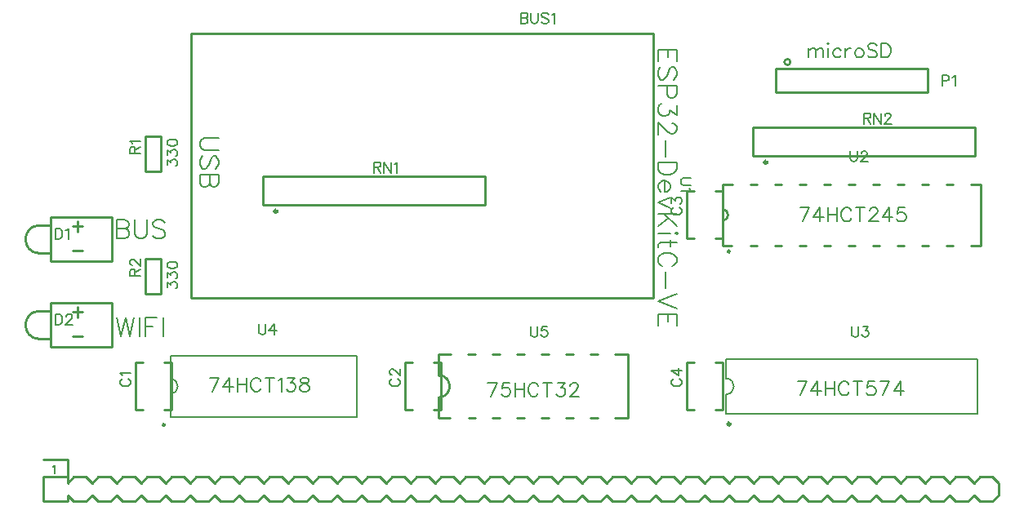
<source format=gto>
G04 Layer: TopSilkscreenLayer*
G04 EasyEDA v6.5.42, 2024-04-02 15:41:54*
G04 2b23fd05ff384805b3ab63b0522f50a2,2162b387b2864a4d85882ef8f1f27c6b,10*
G04 Gerber Generator version 0.2*
G04 Scale: 100 percent, Rotated: No, Reflected: No *
G04 Dimensions in millimeters *
G04 leading zeros omitted , absolute positions ,4 integer and 5 decimal *
%FSLAX45Y45*%
%MOMM*%

%ADD10C,0.2032*%
%ADD11C,0.1524*%
%ADD12C,0.2540*%
%ADD13C,0.1500*%
%ADD14C,0.2500*%
%ADD15C,0.3000*%
%ADD16C,0.0113*%

%LPD*%
D10*
X2579857Y-7835889D02*
G01*
X2441427Y-7835889D01*
X2413741Y-7845033D01*
X2395199Y-7863575D01*
X2386055Y-7891261D01*
X2386055Y-7909803D01*
X2395199Y-7937489D01*
X2413741Y-7956031D01*
X2441427Y-7965175D01*
X2579857Y-7965175D01*
X2552171Y-8155421D02*
G01*
X2570713Y-8136879D01*
X2579857Y-8109193D01*
X2579857Y-8072363D01*
X2570713Y-8044677D01*
X2552171Y-8026135D01*
X2533883Y-8026135D01*
X2515341Y-8035279D01*
X2505943Y-8044677D01*
X2496799Y-8063219D01*
X2478257Y-8118591D01*
X2469113Y-8136879D01*
X2459969Y-8146277D01*
X2441427Y-8155421D01*
X2413741Y-8155421D01*
X2395199Y-8136879D01*
X2386055Y-8109193D01*
X2386055Y-8072363D01*
X2395199Y-8044677D01*
X2413741Y-8026135D01*
X2579857Y-8216381D02*
G01*
X2386055Y-8216381D01*
X2579857Y-8216381D02*
G01*
X2579857Y-8299439D01*
X2570713Y-8327379D01*
X2561569Y-8336523D01*
X2543027Y-8345667D01*
X2524485Y-8345667D01*
X2505943Y-8336523D01*
X2496799Y-8327379D01*
X2487655Y-8299439D01*
X2487655Y-8216381D02*
G01*
X2487655Y-8299439D01*
X2478257Y-8327379D01*
X2469113Y-8336523D01*
X2450571Y-8345667D01*
X2422885Y-8345667D01*
X2404343Y-8336523D01*
X2395199Y-8327379D01*
X2386055Y-8299439D01*
X2386055Y-8216381D01*
X2584704Y-10326121D02*
G01*
X2516377Y-10469377D01*
X2489200Y-10326121D02*
G01*
X2584704Y-10326121D01*
X2697734Y-10326121D02*
G01*
X2629661Y-10421625D01*
X2732024Y-10421625D01*
X2697734Y-10326121D02*
G01*
X2697734Y-10469377D01*
X2776981Y-10326121D02*
G01*
X2776981Y-10469377D01*
X2872486Y-10326121D02*
G01*
X2872486Y-10469377D01*
X2776981Y-10394193D02*
G01*
X2872486Y-10394193D01*
X3019552Y-10360157D02*
G01*
X3012947Y-10346695D01*
X2999231Y-10332979D01*
X2985515Y-10326121D01*
X2958338Y-10326121D01*
X2944622Y-10332979D01*
X2930906Y-10346695D01*
X2924302Y-10360157D01*
X2917443Y-10380731D01*
X2917443Y-10414767D01*
X2924302Y-10435087D01*
X2930906Y-10448803D01*
X2944622Y-10462519D01*
X2958338Y-10469377D01*
X2985515Y-10469377D01*
X2999231Y-10462519D01*
X3012947Y-10448803D01*
X3019552Y-10435087D01*
X3112261Y-10326121D02*
G01*
X3112261Y-10469377D01*
X3064763Y-10326121D02*
G01*
X3160013Y-10326121D01*
X3205225Y-10353299D02*
G01*
X3218688Y-10346695D01*
X3239261Y-10326121D01*
X3239261Y-10469377D01*
X3297936Y-10326121D02*
G01*
X3372865Y-10326121D01*
X3331972Y-10380731D01*
X3352291Y-10380731D01*
X3366008Y-10387589D01*
X3372865Y-10394193D01*
X3379724Y-10414767D01*
X3379724Y-10428483D01*
X3372865Y-10448803D01*
X3359150Y-10462519D01*
X3338829Y-10469377D01*
X3318256Y-10469377D01*
X3297936Y-10462519D01*
X3291077Y-10455661D01*
X3284220Y-10441945D01*
X3458718Y-10326121D02*
G01*
X3438397Y-10332979D01*
X3431540Y-10346695D01*
X3431540Y-10360157D01*
X3438397Y-10373873D01*
X3451859Y-10380731D01*
X3479291Y-10387589D01*
X3499611Y-10394193D01*
X3513327Y-10407909D01*
X3520186Y-10421625D01*
X3520186Y-10441945D01*
X3513327Y-10455661D01*
X3506470Y-10462519D01*
X3485895Y-10469377D01*
X3458718Y-10469377D01*
X3438397Y-10462519D01*
X3431540Y-10455661D01*
X3424681Y-10441945D01*
X3424681Y-10421625D01*
X3431540Y-10407909D01*
X3445002Y-10394193D01*
X3465575Y-10387589D01*
X3492754Y-10380731D01*
X3506470Y-10373873D01*
X3513327Y-10360157D01*
X3513327Y-10346695D01*
X3506470Y-10332979D01*
X3485895Y-10326121D01*
X3458718Y-10326121D01*
X5467604Y-10376921D02*
G01*
X5399277Y-10520177D01*
X5372100Y-10376921D02*
G01*
X5467604Y-10376921D01*
X5594350Y-10376921D02*
G01*
X5526277Y-10376921D01*
X5519420Y-10438389D01*
X5526277Y-10431531D01*
X5546597Y-10424673D01*
X5567172Y-10424673D01*
X5587491Y-10431531D01*
X5601208Y-10444993D01*
X5608065Y-10465567D01*
X5608065Y-10479283D01*
X5601208Y-10499603D01*
X5587491Y-10513319D01*
X5567172Y-10520177D01*
X5546597Y-10520177D01*
X5526277Y-10513319D01*
X5519420Y-10506461D01*
X5512561Y-10492745D01*
X5653024Y-10376921D02*
G01*
X5653024Y-10520177D01*
X5748527Y-10376921D02*
G01*
X5748527Y-10520177D01*
X5653024Y-10444993D02*
G01*
X5748527Y-10444993D01*
X5895847Y-10410957D02*
G01*
X5888990Y-10397495D01*
X5875274Y-10383779D01*
X5861558Y-10376921D01*
X5834379Y-10376921D01*
X5820663Y-10383779D01*
X5807202Y-10397495D01*
X5800343Y-10410957D01*
X5793486Y-10431531D01*
X5793486Y-10465567D01*
X5800343Y-10485887D01*
X5807202Y-10499603D01*
X5820663Y-10513319D01*
X5834379Y-10520177D01*
X5861558Y-10520177D01*
X5875274Y-10513319D01*
X5888990Y-10499603D01*
X5895847Y-10485887D01*
X5988558Y-10376921D02*
G01*
X5988558Y-10520177D01*
X5940806Y-10376921D02*
G01*
X6036056Y-10376921D01*
X6094729Y-10376921D02*
G01*
X6169913Y-10376921D01*
X6129020Y-10431531D01*
X6149340Y-10431531D01*
X6163056Y-10438389D01*
X6169913Y-10444993D01*
X6176518Y-10465567D01*
X6176518Y-10479283D01*
X6169913Y-10499603D01*
X6156197Y-10513319D01*
X6135624Y-10520177D01*
X6115304Y-10520177D01*
X6094729Y-10513319D01*
X6087872Y-10506461D01*
X6081268Y-10492745D01*
X6228334Y-10410957D02*
G01*
X6228334Y-10404099D01*
X6235191Y-10390637D01*
X6242050Y-10383779D01*
X6255765Y-10376921D01*
X6282943Y-10376921D01*
X6296659Y-10383779D01*
X6303518Y-10390637D01*
X6310375Y-10404099D01*
X6310375Y-10417815D01*
X6303518Y-10431531D01*
X6289802Y-10451851D01*
X6221729Y-10520177D01*
X6316979Y-10520177D01*
X8680709Y-10364215D02*
G01*
X8612383Y-10507471D01*
X8585205Y-10364215D02*
G01*
X8680709Y-10364215D01*
X8793739Y-10364215D02*
G01*
X8725667Y-10459720D01*
X8828029Y-10459720D01*
X8793739Y-10364215D02*
G01*
X8793739Y-10507471D01*
X8872987Y-10364215D02*
G01*
X8872987Y-10507471D01*
X8968237Y-10364215D02*
G01*
X8968237Y-10507471D01*
X8872987Y-10432287D02*
G01*
X8968237Y-10432287D01*
X9115557Y-10398252D02*
G01*
X9108699Y-10384789D01*
X9095237Y-10371074D01*
X9081521Y-10364215D01*
X9054343Y-10364215D01*
X9040627Y-10371074D01*
X9026911Y-10384789D01*
X9020307Y-10398252D01*
X9013449Y-10418826D01*
X9013449Y-10452862D01*
X9020307Y-10473181D01*
X9026911Y-10486897D01*
X9040627Y-10500613D01*
X9054343Y-10507471D01*
X9081521Y-10507471D01*
X9095237Y-10500613D01*
X9108699Y-10486897D01*
X9115557Y-10473181D01*
X9208267Y-10364215D02*
G01*
X9208267Y-10507471D01*
X9160515Y-10364215D02*
G01*
X9256019Y-10364215D01*
X9383019Y-10364215D02*
G01*
X9314693Y-10364215D01*
X9307835Y-10425684D01*
X9314693Y-10418826D01*
X9335267Y-10411968D01*
X9355587Y-10411968D01*
X9376161Y-10418826D01*
X9389623Y-10432287D01*
X9396481Y-10452862D01*
X9396481Y-10466578D01*
X9389623Y-10486897D01*
X9376161Y-10500613D01*
X9355587Y-10507471D01*
X9335267Y-10507471D01*
X9314693Y-10500613D01*
X9307835Y-10493755D01*
X9300977Y-10480039D01*
X9536943Y-10364215D02*
G01*
X9468871Y-10507471D01*
X9441439Y-10364215D02*
G01*
X9536943Y-10364215D01*
X9650227Y-10364215D02*
G01*
X9581901Y-10459720D01*
X9684263Y-10459720D01*
X9650227Y-10364215D02*
G01*
X9650227Y-10507471D01*
X8706109Y-8560815D02*
G01*
X8637783Y-8704071D01*
X8610605Y-8560815D02*
G01*
X8706109Y-8560815D01*
X8819139Y-8560815D02*
G01*
X8751067Y-8656320D01*
X8853429Y-8656320D01*
X8819139Y-8560815D02*
G01*
X8819139Y-8704071D01*
X8898387Y-8560815D02*
G01*
X8898387Y-8704071D01*
X8993637Y-8560815D02*
G01*
X8993637Y-8704071D01*
X8898387Y-8628887D02*
G01*
X8993637Y-8628887D01*
X9140957Y-8594852D02*
G01*
X9134099Y-8581389D01*
X9120637Y-8567674D01*
X9106921Y-8560815D01*
X9079743Y-8560815D01*
X9066027Y-8567674D01*
X9052311Y-8581389D01*
X9045707Y-8594852D01*
X9038849Y-8615426D01*
X9038849Y-8649462D01*
X9045707Y-8670036D01*
X9052311Y-8683497D01*
X9066027Y-8697213D01*
X9079743Y-8704071D01*
X9106921Y-8704071D01*
X9120637Y-8697213D01*
X9134099Y-8683497D01*
X9140957Y-8670036D01*
X9233667Y-8560815D02*
G01*
X9233667Y-8704071D01*
X9185915Y-8560815D02*
G01*
X9281419Y-8560815D01*
X9333235Y-8594852D02*
G01*
X9333235Y-8587994D01*
X9340093Y-8574531D01*
X9346951Y-8567674D01*
X9360667Y-8560815D01*
X9387845Y-8560815D01*
X9401561Y-8567674D01*
X9408419Y-8574531D01*
X9415023Y-8587994D01*
X9415023Y-8601710D01*
X9408419Y-8615426D01*
X9394703Y-8635745D01*
X9326377Y-8704071D01*
X9421881Y-8704071D01*
X9535165Y-8560815D02*
G01*
X9466839Y-8656320D01*
X9569201Y-8656320D01*
X9535165Y-8560815D02*
G01*
X9535165Y-8704071D01*
X9695947Y-8560815D02*
G01*
X9627875Y-8560815D01*
X9621017Y-8622284D01*
X9627875Y-8615426D01*
X9648195Y-8608568D01*
X9668769Y-8608568D01*
X9689343Y-8615426D01*
X9702805Y-8628887D01*
X9709663Y-8649462D01*
X9709663Y-8663178D01*
X9702805Y-8683497D01*
X9689343Y-8697213D01*
X9668769Y-8704071D01*
X9648195Y-8704071D01*
X9627875Y-8697213D01*
X9621017Y-8690355D01*
X9614159Y-8676639D01*
X8699505Y-6906768D02*
G01*
X8699505Y-7002271D01*
X8699505Y-6933945D02*
G01*
X8719825Y-6913626D01*
X8733541Y-6906768D01*
X8754115Y-6906768D01*
X8767577Y-6913626D01*
X8774435Y-6933945D01*
X8774435Y-7002271D01*
X8774435Y-6933945D02*
G01*
X8795009Y-6913626D01*
X8808471Y-6906768D01*
X8829045Y-6906768D01*
X8842761Y-6913626D01*
X8849365Y-6933945D01*
X8849365Y-7002271D01*
X8894577Y-6859015D02*
G01*
X8901181Y-6865873D01*
X8908039Y-6859015D01*
X8901181Y-6852158D01*
X8894577Y-6859015D01*
X8901181Y-6906768D02*
G01*
X8901181Y-7002271D01*
X9035039Y-6927087D02*
G01*
X9021323Y-6913626D01*
X9007607Y-6906768D01*
X8987287Y-6906768D01*
X8973571Y-6913626D01*
X8959855Y-6927087D01*
X8952997Y-6947662D01*
X8952997Y-6961378D01*
X8959855Y-6981697D01*
X8973571Y-6995413D01*
X8987287Y-7002271D01*
X9007607Y-7002271D01*
X9021323Y-6995413D01*
X9035039Y-6981697D01*
X9079997Y-6906768D02*
G01*
X9079997Y-7002271D01*
X9079997Y-6947662D02*
G01*
X9086855Y-6927087D01*
X9100317Y-6913626D01*
X9114033Y-6906768D01*
X9134607Y-6906768D01*
X9213601Y-6906768D02*
G01*
X9199885Y-6913626D01*
X9186423Y-6927087D01*
X9179565Y-6947662D01*
X9179565Y-6961378D01*
X9186423Y-6981697D01*
X9199885Y-6995413D01*
X9213601Y-7002271D01*
X9233921Y-7002271D01*
X9247637Y-6995413D01*
X9261353Y-6981697D01*
X9268211Y-6961378D01*
X9268211Y-6947662D01*
X9261353Y-6927087D01*
X9247637Y-6913626D01*
X9233921Y-6906768D01*
X9213601Y-6906768D01*
X9408673Y-6879589D02*
G01*
X9394957Y-6865873D01*
X9374383Y-6859015D01*
X9347205Y-6859015D01*
X9326631Y-6865873D01*
X9313169Y-6879589D01*
X9313169Y-6893052D01*
X9320027Y-6906768D01*
X9326631Y-6913626D01*
X9340347Y-6920484D01*
X9381241Y-6933945D01*
X9394957Y-6940804D01*
X9401815Y-6947662D01*
X9408673Y-6961378D01*
X9408673Y-6981697D01*
X9394957Y-6995413D01*
X9374383Y-7002271D01*
X9347205Y-7002271D01*
X9326631Y-6995413D01*
X9313169Y-6981697D01*
X9453631Y-6859015D02*
G01*
X9453631Y-7002271D01*
X9453631Y-6859015D02*
G01*
X9501383Y-6859015D01*
X9521703Y-6865873D01*
X9535419Y-6879589D01*
X9542277Y-6893052D01*
X9549135Y-6913626D01*
X9549135Y-6947662D01*
X9542277Y-6968236D01*
X9535419Y-6981697D01*
X9521703Y-6995413D01*
X9501383Y-7002271D01*
X9453631Y-7002271D01*
X2048022Y-9388073D02*
G01*
X2048022Y-9332955D01*
X2087900Y-9362927D01*
X2087900Y-9347941D01*
X2092980Y-9338035D01*
X2098060Y-9332955D01*
X2113046Y-9327875D01*
X2122952Y-9327875D01*
X2137938Y-9332955D01*
X2148098Y-9342861D01*
X2152924Y-9358101D01*
X2152924Y-9373087D01*
X2148098Y-9388073D01*
X2143018Y-9392899D01*
X2133112Y-9397979D01*
X2048022Y-9284949D02*
G01*
X2048022Y-9230085D01*
X2087900Y-9260057D01*
X2087900Y-9245071D01*
X2092980Y-9234911D01*
X2098060Y-9230085D01*
X2113046Y-9225005D01*
X2122952Y-9225005D01*
X2137938Y-9230085D01*
X2148098Y-9239991D01*
X2152924Y-9254977D01*
X2152924Y-9269963D01*
X2148098Y-9284949D01*
X2143018Y-9290029D01*
X2133112Y-9294855D01*
X2048022Y-9162013D02*
G01*
X2053102Y-9176999D01*
X2068088Y-9186905D01*
X2092980Y-9191985D01*
X2107966Y-9191985D01*
X2133112Y-9186905D01*
X2148098Y-9176999D01*
X2152924Y-9162013D01*
X2152924Y-9152107D01*
X2148098Y-9136867D01*
X2133112Y-9126961D01*
X2107966Y-9121881D01*
X2092980Y-9121881D01*
X2068088Y-9126961D01*
X2053102Y-9136867D01*
X2048022Y-9152107D01*
X2048022Y-9162013D01*
X2048022Y-8118076D02*
G01*
X2048022Y-8062958D01*
X2087900Y-8092930D01*
X2087900Y-8077944D01*
X2092980Y-8068038D01*
X2098060Y-8062958D01*
X2113046Y-8057878D01*
X2122952Y-8057878D01*
X2137938Y-8062958D01*
X2148098Y-8072861D01*
X2152924Y-8088104D01*
X2152924Y-8103087D01*
X2148098Y-8118076D01*
X2143018Y-8122902D01*
X2133112Y-8127979D01*
X2048022Y-8014952D02*
G01*
X2048022Y-7960088D01*
X2087900Y-7990060D01*
X2087900Y-7975074D01*
X2092980Y-7964911D01*
X2098060Y-7960088D01*
X2113046Y-7955008D01*
X2122952Y-7955008D01*
X2137938Y-7960088D01*
X2148098Y-7969994D01*
X2152924Y-7984980D01*
X2152924Y-7999966D01*
X2148098Y-8014952D01*
X2143018Y-8020029D01*
X2133112Y-8024858D01*
X2048022Y-7892016D02*
G01*
X2053102Y-7907002D01*
X2068088Y-7916908D01*
X2092980Y-7921988D01*
X2107966Y-7921988D01*
X2133112Y-7916908D01*
X2148098Y-7907002D01*
X2152924Y-7892016D01*
X2152924Y-7882110D01*
X2148098Y-7866870D01*
X2133112Y-7856961D01*
X2107966Y-7851884D01*
X2092980Y-7851884D01*
X2068088Y-7856961D01*
X2053102Y-7866870D01*
X2048022Y-7882110D01*
X2048022Y-7892016D01*
X1524002Y-9704075D02*
G01*
X1569468Y-9895083D01*
X1614934Y-9704075D02*
G01*
X1569468Y-9895083D01*
X1614934Y-9704075D02*
G01*
X1660400Y-9895083D01*
X1705866Y-9704075D02*
G01*
X1660400Y-9895083D01*
X1765810Y-9704075D02*
G01*
X1765810Y-9895083D01*
X1825754Y-9704075D02*
G01*
X1825754Y-9895083D01*
X1825754Y-9704075D02*
G01*
X1944118Y-9704075D01*
X1825754Y-9795007D02*
G01*
X1898652Y-9795007D01*
X2004062Y-9704075D02*
G01*
X2004062Y-9895083D01*
X1524000Y-8688070D02*
G01*
X1524000Y-8879078D01*
X1524000Y-8688070D02*
G01*
X1605787Y-8688070D01*
X1632965Y-8697213D01*
X1642110Y-8706358D01*
X1651254Y-8724645D01*
X1651254Y-8742679D01*
X1642110Y-8760968D01*
X1632965Y-8769858D01*
X1605787Y-8779002D01*
X1524000Y-8779002D02*
G01*
X1605787Y-8779002D01*
X1632965Y-8788145D01*
X1642110Y-8797289D01*
X1651254Y-8815324D01*
X1651254Y-8842755D01*
X1642110Y-8860789D01*
X1632965Y-8869934D01*
X1605787Y-8879078D01*
X1524000Y-8879078D01*
X1711197Y-8688070D02*
G01*
X1711197Y-8824468D01*
X1720342Y-8851900D01*
X1738629Y-8869934D01*
X1765807Y-8879078D01*
X1784095Y-8879078D01*
X1811273Y-8869934D01*
X1829562Y-8851900D01*
X1838452Y-8824468D01*
X1838452Y-8688070D01*
X2025904Y-8715502D02*
G01*
X2007615Y-8697213D01*
X1980438Y-8688070D01*
X1944115Y-8688070D01*
X1916684Y-8697213D01*
X1898650Y-8715502D01*
X1898650Y-8733536D01*
X1907539Y-8751824D01*
X1916684Y-8760968D01*
X1934972Y-8769858D01*
X1989327Y-8788145D01*
X2007615Y-8797289D01*
X2016759Y-8806434D01*
X2025904Y-8824468D01*
X2025904Y-8851900D01*
X2007615Y-8869934D01*
X1980438Y-8879078D01*
X1944115Y-8879078D01*
X1916684Y-8869934D01*
X1898650Y-8851900D01*
X863600Y-11245890D02*
G01*
X871728Y-11241826D01*
X884173Y-11229634D01*
X884173Y-11315486D01*
D11*
X5715000Y-6540500D02*
G01*
X5715000Y-6649465D01*
X5715000Y-6540500D02*
G01*
X5761736Y-6540500D01*
X5777229Y-6545579D01*
X5782563Y-6550913D01*
X5787643Y-6561328D01*
X5787643Y-6571742D01*
X5782563Y-6582155D01*
X5777229Y-6587236D01*
X5761736Y-6592315D01*
X5715000Y-6592315D02*
G01*
X5761736Y-6592315D01*
X5777229Y-6597650D01*
X5782563Y-6602729D01*
X5787643Y-6613144D01*
X5787643Y-6628892D01*
X5782563Y-6639305D01*
X5777229Y-6644386D01*
X5761736Y-6649465D01*
X5715000Y-6649465D01*
X5821934Y-6540500D02*
G01*
X5821934Y-6618478D01*
X5827268Y-6633971D01*
X5837681Y-6644386D01*
X5853175Y-6649465D01*
X5863590Y-6649465D01*
X5879084Y-6644386D01*
X5889497Y-6633971D01*
X5894831Y-6618478D01*
X5894831Y-6540500D01*
X6001765Y-6555994D02*
G01*
X5991352Y-6545579D01*
X5975858Y-6540500D01*
X5955029Y-6540500D01*
X5939536Y-6545579D01*
X5929122Y-6555994D01*
X5929122Y-6566408D01*
X5934202Y-6576821D01*
X5939536Y-6582155D01*
X5949950Y-6587236D01*
X5980938Y-6597650D01*
X5991352Y-6602729D01*
X5996686Y-6608063D01*
X6001765Y-6618478D01*
X6001765Y-6633971D01*
X5991352Y-6644386D01*
X5975858Y-6649465D01*
X5955029Y-6649465D01*
X5939536Y-6644386D01*
X5929122Y-6633971D01*
X6036056Y-6561328D02*
G01*
X6046470Y-6555994D01*
X6061963Y-6540500D01*
X6061963Y-6649465D01*
X1586989Y-10336001D02*
G01*
X1576575Y-10341335D01*
X1566161Y-10351749D01*
X1561081Y-10361909D01*
X1561081Y-10382737D01*
X1566161Y-10393151D01*
X1576575Y-10403565D01*
X1586989Y-10408899D01*
X1602737Y-10413979D01*
X1628645Y-10413979D01*
X1644139Y-10408899D01*
X1654553Y-10403565D01*
X1664967Y-10393151D01*
X1670047Y-10382737D01*
X1670047Y-10361909D01*
X1664967Y-10351749D01*
X1654553Y-10341335D01*
X1644139Y-10336001D01*
X1581909Y-10301711D02*
G01*
X1576575Y-10291297D01*
X1561081Y-10275803D01*
X1670047Y-10275803D01*
X4380981Y-10336001D02*
G01*
X4370567Y-10341335D01*
X4360153Y-10351749D01*
X4355073Y-10361909D01*
X4355073Y-10382737D01*
X4360153Y-10393151D01*
X4370567Y-10403565D01*
X4380981Y-10408899D01*
X4396729Y-10413979D01*
X4422637Y-10413979D01*
X4438131Y-10408899D01*
X4448545Y-10403565D01*
X4458959Y-10393151D01*
X4464039Y-10382737D01*
X4464039Y-10361909D01*
X4458959Y-10351749D01*
X4448545Y-10341335D01*
X4438131Y-10336001D01*
X4380981Y-10296631D02*
G01*
X4375901Y-10296631D01*
X4365487Y-10291297D01*
X4360153Y-10286217D01*
X4355073Y-10275803D01*
X4355073Y-10254975D01*
X4360153Y-10244561D01*
X4365487Y-10239481D01*
X4375901Y-10234147D01*
X4386315Y-10234147D01*
X4396729Y-10239481D01*
X4412223Y-10249895D01*
X4464039Y-10301711D01*
X4464039Y-10229067D01*
X7301976Y-8558004D02*
G01*
X7291562Y-8563338D01*
X7281148Y-8573752D01*
X7276068Y-8583912D01*
X7276068Y-8604740D01*
X7281148Y-8615154D01*
X7291562Y-8625568D01*
X7301976Y-8630902D01*
X7317724Y-8635982D01*
X7343632Y-8635982D01*
X7359126Y-8630902D01*
X7369540Y-8625568D01*
X7379954Y-8615154D01*
X7385034Y-8604740D01*
X7385034Y-8583912D01*
X7379954Y-8573752D01*
X7369540Y-8563338D01*
X7359126Y-8558004D01*
X7276068Y-8513300D02*
G01*
X7276068Y-8456150D01*
X7317724Y-8487392D01*
X7317724Y-8471898D01*
X7322804Y-8461484D01*
X7327884Y-8456150D01*
X7343632Y-8451070D01*
X7354046Y-8451070D01*
X7369540Y-8456150D01*
X7379954Y-8466564D01*
X7385034Y-8482312D01*
X7385034Y-8497806D01*
X7379954Y-8513300D01*
X7374874Y-8518634D01*
X7364460Y-8523714D01*
X7301976Y-10336001D02*
G01*
X7291562Y-10341335D01*
X7281148Y-10351749D01*
X7276068Y-10361909D01*
X7276068Y-10382737D01*
X7281148Y-10393151D01*
X7291562Y-10403565D01*
X7301976Y-10408899D01*
X7317724Y-10413979D01*
X7343632Y-10413979D01*
X7359126Y-10408899D01*
X7369540Y-10403565D01*
X7379954Y-10393151D01*
X7385034Y-10382737D01*
X7385034Y-10361909D01*
X7379954Y-10351749D01*
X7369540Y-10341335D01*
X7359126Y-10336001D01*
X7276068Y-10249895D02*
G01*
X7348712Y-10301711D01*
X7348712Y-10223733D01*
X7276068Y-10249895D02*
G01*
X7385034Y-10249895D01*
X888997Y-8774666D02*
G01*
X888997Y-8883632D01*
X888997Y-8774666D02*
G01*
X925319Y-8774666D01*
X941067Y-8779746D01*
X951227Y-8790160D01*
X956561Y-8800574D01*
X961641Y-8816322D01*
X961641Y-8842230D01*
X956561Y-8857724D01*
X951227Y-8868138D01*
X941067Y-8878552D01*
X925319Y-8883632D01*
X888997Y-8883632D01*
X995931Y-8795494D02*
G01*
X1006345Y-8790160D01*
X1022093Y-8774666D01*
X1022093Y-8883632D01*
X888997Y-9663663D02*
G01*
X888997Y-9772629D01*
X888997Y-9663663D02*
G01*
X925319Y-9663663D01*
X941067Y-9668743D01*
X951227Y-9679157D01*
X956561Y-9689571D01*
X961641Y-9705319D01*
X961641Y-9731227D01*
X956561Y-9746721D01*
X951227Y-9757135D01*
X941067Y-9767549D01*
X925319Y-9772629D01*
X888997Y-9772629D01*
X1001265Y-9689571D02*
G01*
X1001265Y-9684491D01*
X1006345Y-9674077D01*
X1011679Y-9668743D01*
X1022093Y-9663663D01*
X1042667Y-9663663D01*
X1053081Y-9668743D01*
X1058415Y-9674077D01*
X1063495Y-9684491D01*
X1063495Y-9694905D01*
X1058415Y-9705319D01*
X1048001Y-9720813D01*
X995931Y-9772629D01*
X1068829Y-9772629D01*
X10083779Y-7187168D02*
G01*
X10083779Y-7296134D01*
X10083779Y-7187168D02*
G01*
X10130515Y-7187168D01*
X10146009Y-7192248D01*
X10151343Y-7197582D01*
X10156423Y-7207996D01*
X10156423Y-7223490D01*
X10151343Y-7233904D01*
X10146009Y-7238984D01*
X10130515Y-7244318D01*
X10083779Y-7244318D01*
X10190713Y-7207996D02*
G01*
X10201127Y-7202662D01*
X10216875Y-7187168D01*
X10216875Y-7296134D01*
X1662681Y-8000984D02*
G01*
X1771647Y-8000984D01*
X1662681Y-8000984D02*
G01*
X1662681Y-7954248D01*
X1667761Y-7938754D01*
X1673095Y-7933420D01*
X1683509Y-7928340D01*
X1693923Y-7928340D01*
X1704337Y-7933420D01*
X1709417Y-7938754D01*
X1714497Y-7954248D01*
X1714497Y-8000984D01*
X1714497Y-7964662D02*
G01*
X1771647Y-7928340D01*
X1683509Y-7894050D02*
G01*
X1678175Y-7883636D01*
X1662681Y-7867888D01*
X1771647Y-7867888D01*
X1662681Y-9270982D02*
G01*
X1771647Y-9270982D01*
X1662681Y-9270982D02*
G01*
X1662681Y-9224246D01*
X1667761Y-9208752D01*
X1673095Y-9203418D01*
X1683509Y-9198338D01*
X1693923Y-9198338D01*
X1704337Y-9203418D01*
X1709417Y-9208752D01*
X1714497Y-9224246D01*
X1714497Y-9270982D01*
X1714497Y-9234660D02*
G01*
X1771647Y-9198338D01*
X1688589Y-9158714D02*
G01*
X1683509Y-9158714D01*
X1673095Y-9153634D01*
X1667761Y-9148300D01*
X1662681Y-9137886D01*
X1662681Y-9117312D01*
X1667761Y-9106898D01*
X1673095Y-9101564D01*
X1683509Y-9096484D01*
X1693923Y-9096484D01*
X1704337Y-9101564D01*
X1719831Y-9111978D01*
X1771647Y-9164048D01*
X1771647Y-9091150D01*
X4190992Y-8088866D02*
G01*
X4190992Y-8197832D01*
X4190992Y-8088866D02*
G01*
X4237728Y-8088866D01*
X4253222Y-8093946D01*
X4258556Y-8099280D01*
X4263636Y-8109694D01*
X4263636Y-8120108D01*
X4258556Y-8130522D01*
X4253222Y-8135602D01*
X4237728Y-8140682D01*
X4190992Y-8140682D01*
X4227314Y-8140682D02*
G01*
X4263636Y-8197832D01*
X4297926Y-8088866D02*
G01*
X4297926Y-8197832D01*
X4297926Y-8088866D02*
G01*
X4370824Y-8197832D01*
X4370824Y-8088866D02*
G01*
X4370824Y-8197832D01*
X4405114Y-8109694D02*
G01*
X4415528Y-8104360D01*
X4431022Y-8088866D01*
X4431022Y-8197832D01*
X9270982Y-7580868D02*
G01*
X9270982Y-7689834D01*
X9270982Y-7580868D02*
G01*
X9317718Y-7580868D01*
X9333212Y-7585948D01*
X9338546Y-7591282D01*
X9343626Y-7601696D01*
X9343626Y-7612110D01*
X9338546Y-7622524D01*
X9333212Y-7627604D01*
X9317718Y-7632684D01*
X9270982Y-7632684D01*
X9307304Y-7632684D02*
G01*
X9343626Y-7689834D01*
X9377916Y-7580868D02*
G01*
X9377916Y-7689834D01*
X9377916Y-7580868D02*
G01*
X9450814Y-7689834D01*
X9450814Y-7580868D02*
G01*
X9450814Y-7689834D01*
X9490184Y-7606776D02*
G01*
X9490184Y-7601696D01*
X9495518Y-7591282D01*
X9500598Y-7585948D01*
X9511012Y-7580868D01*
X9531840Y-7580868D01*
X9542254Y-7585948D01*
X9547334Y-7591282D01*
X9552668Y-7601696D01*
X9552668Y-7612110D01*
X9547334Y-7622524D01*
X9536920Y-7638018D01*
X9485104Y-7689834D01*
X9557748Y-7689834D01*
X7481310Y-8254987D02*
G01*
X7403332Y-8254987D01*
X7387838Y-8260067D01*
X7377424Y-8270481D01*
X7372344Y-8286229D01*
X7372344Y-8296643D01*
X7377424Y-8312137D01*
X7387838Y-8322551D01*
X7403332Y-8327631D01*
X7481310Y-8327631D01*
X7460482Y-8361921D02*
G01*
X7465816Y-8372335D01*
X7481310Y-8388083D01*
X7372344Y-8388083D01*
D10*
X7329672Y-6921487D02*
G01*
X7135870Y-6921487D01*
X7329672Y-6921487D02*
G01*
X7329672Y-7041629D01*
X7237470Y-6921487D02*
G01*
X7237470Y-6995401D01*
X7135870Y-6921487D02*
G01*
X7135870Y-7041629D01*
X7301986Y-7231875D02*
G01*
X7320528Y-7213333D01*
X7329672Y-7185647D01*
X7329672Y-7148817D01*
X7320528Y-7120877D01*
X7301986Y-7102589D01*
X7283444Y-7102589D01*
X7265156Y-7111733D01*
X7255758Y-7120877D01*
X7246614Y-7139419D01*
X7228072Y-7194791D01*
X7218928Y-7213333D01*
X7209784Y-7222477D01*
X7191242Y-7231875D01*
X7163556Y-7231875D01*
X7145014Y-7213333D01*
X7135870Y-7185647D01*
X7135870Y-7148817D01*
X7145014Y-7120877D01*
X7163556Y-7102589D01*
X7329672Y-7292835D02*
G01*
X7135870Y-7292835D01*
X7329672Y-7292835D02*
G01*
X7329672Y-7375893D01*
X7320528Y-7403579D01*
X7311384Y-7412977D01*
X7292842Y-7422121D01*
X7265156Y-7422121D01*
X7246614Y-7412977D01*
X7237470Y-7403579D01*
X7228072Y-7375893D01*
X7228072Y-7292835D01*
X7329672Y-7501623D02*
G01*
X7329672Y-7603223D01*
X7255758Y-7547597D01*
X7255758Y-7575537D01*
X7246614Y-7593825D01*
X7237470Y-7603223D01*
X7209784Y-7612367D01*
X7191242Y-7612367D01*
X7163556Y-7603223D01*
X7145014Y-7584681D01*
X7135870Y-7556995D01*
X7135870Y-7529309D01*
X7145014Y-7501623D01*
X7154158Y-7492225D01*
X7172700Y-7483081D01*
X7283444Y-7682471D02*
G01*
X7292842Y-7682471D01*
X7311384Y-7691869D01*
X7320528Y-7701013D01*
X7329672Y-7719555D01*
X7329672Y-7756385D01*
X7320528Y-7774927D01*
X7311384Y-7784071D01*
X7292842Y-7793469D01*
X7274300Y-7793469D01*
X7255758Y-7784071D01*
X7228072Y-7765783D01*
X7135870Y-7673327D01*
X7135870Y-7802613D01*
X7218928Y-7863573D02*
G01*
X7218928Y-8029943D01*
X7329672Y-8090903D02*
G01*
X7135870Y-8090903D01*
X7329672Y-8090903D02*
G01*
X7329672Y-8155419D01*
X7320528Y-8183105D01*
X7301986Y-8201647D01*
X7283444Y-8210791D01*
X7255758Y-8220189D01*
X7209784Y-8220189D01*
X7181844Y-8210791D01*
X7163556Y-8201647D01*
X7145014Y-8183105D01*
X7135870Y-8155419D01*
X7135870Y-8090903D01*
X7209784Y-8281149D02*
G01*
X7209784Y-8391893D01*
X7228072Y-8391893D01*
X7246614Y-8382749D01*
X7255758Y-8373351D01*
X7265156Y-8355063D01*
X7265156Y-8327377D01*
X7255758Y-8308835D01*
X7237470Y-8290293D01*
X7209784Y-8281149D01*
X7191242Y-8281149D01*
X7163556Y-8290293D01*
X7145014Y-8308835D01*
X7135870Y-8327377D01*
X7135870Y-8355063D01*
X7145014Y-8373351D01*
X7163556Y-8391893D01*
X7265156Y-8452853D02*
G01*
X7135870Y-8508225D01*
X7265156Y-8563597D02*
G01*
X7135870Y-8508225D01*
X7329672Y-8624557D02*
G01*
X7135870Y-8624557D01*
X7329672Y-8754097D02*
G01*
X7200386Y-8624557D01*
X7246614Y-8670785D02*
G01*
X7135870Y-8754097D01*
X7329672Y-8815057D02*
G01*
X7320528Y-8824201D01*
X7329672Y-8833345D01*
X7339070Y-8824201D01*
X7329672Y-8815057D01*
X7265156Y-8824201D02*
G01*
X7135870Y-8824201D01*
X7329672Y-8921991D02*
G01*
X7172700Y-8921991D01*
X7145014Y-8931389D01*
X7135870Y-8949677D01*
X7135870Y-8968219D01*
X7265156Y-8894305D02*
G01*
X7265156Y-8959075D01*
X7283444Y-9167863D02*
G01*
X7301986Y-9158465D01*
X7320528Y-9140177D01*
X7329672Y-9121635D01*
X7329672Y-9084551D01*
X7320528Y-9066263D01*
X7301986Y-9047721D01*
X7283444Y-9038577D01*
X7255758Y-9029179D01*
X7209784Y-9029179D01*
X7181844Y-9038577D01*
X7163556Y-9047721D01*
X7145014Y-9066263D01*
X7135870Y-9084551D01*
X7135870Y-9121635D01*
X7145014Y-9140177D01*
X7163556Y-9158465D01*
X7181844Y-9167863D01*
X7218928Y-9228823D02*
G01*
X7218928Y-9394939D01*
X7329672Y-9455899D02*
G01*
X7135870Y-9529813D01*
X7329672Y-9603727D02*
G01*
X7135870Y-9529813D01*
X7329672Y-9664687D02*
G01*
X7135870Y-9664687D01*
X7329672Y-9664687D02*
G01*
X7329672Y-9784829D01*
X7237470Y-9664687D02*
G01*
X7237470Y-9738601D01*
X7135870Y-9664687D02*
G01*
X7135870Y-9784829D01*
D11*
X9131282Y-7974566D02*
G01*
X9131282Y-8052544D01*
X9136362Y-8068038D01*
X9146776Y-8078452D01*
X9162524Y-8083532D01*
X9172938Y-8083532D01*
X9188432Y-8078452D01*
X9198846Y-8068038D01*
X9203926Y-8052544D01*
X9203926Y-7974566D01*
X9243550Y-8000474D02*
G01*
X9243550Y-7995394D01*
X9248630Y-7984980D01*
X9253964Y-7979646D01*
X9264378Y-7974566D01*
X9284952Y-7974566D01*
X9295366Y-7979646D01*
X9300700Y-7984980D01*
X9305780Y-7995394D01*
X9305780Y-8005808D01*
X9300700Y-8016222D01*
X9290286Y-8031716D01*
X9238216Y-8083532D01*
X9311114Y-8083532D01*
X9143982Y-9790663D02*
G01*
X9143982Y-9868641D01*
X9149062Y-9884135D01*
X9159476Y-9894549D01*
X9175224Y-9899629D01*
X9185638Y-9899629D01*
X9201132Y-9894549D01*
X9211546Y-9884135D01*
X9216626Y-9868641D01*
X9216626Y-9790663D01*
X9261330Y-9790663D02*
G01*
X9318480Y-9790663D01*
X9287492Y-9832319D01*
X9302986Y-9832319D01*
X9313400Y-9837399D01*
X9318480Y-9842479D01*
X9323814Y-9858227D01*
X9323814Y-9868641D01*
X9318480Y-9884135D01*
X9308066Y-9894549D01*
X9292572Y-9899629D01*
X9277078Y-9899629D01*
X9261330Y-9894549D01*
X9256250Y-9889469D01*
X9250916Y-9879055D01*
X2997194Y-9765263D02*
G01*
X2997194Y-9843241D01*
X3002274Y-9858735D01*
X3012688Y-9869149D01*
X3028436Y-9874229D01*
X3038850Y-9874229D01*
X3054344Y-9869149D01*
X3064758Y-9858735D01*
X3069838Y-9843241D01*
X3069838Y-9765263D01*
X3156198Y-9765263D02*
G01*
X3104128Y-9837907D01*
X3182106Y-9837907D01*
X3156198Y-9765263D02*
G01*
X3156198Y-9874229D01*
X5816587Y-9790663D02*
G01*
X5816587Y-9868641D01*
X5821667Y-9884135D01*
X5832081Y-9894549D01*
X5847829Y-9899629D01*
X5858243Y-9899629D01*
X5873737Y-9894549D01*
X5884151Y-9884135D01*
X5889231Y-9868641D01*
X5889231Y-9790663D01*
X5986005Y-9790663D02*
G01*
X5933935Y-9790663D01*
X5928855Y-9837399D01*
X5933935Y-9832319D01*
X5949683Y-9826985D01*
X5965177Y-9826985D01*
X5980671Y-9832319D01*
X5991085Y-9842479D01*
X5996419Y-9858227D01*
X5996419Y-9868641D01*
X5991085Y-9884135D01*
X5980671Y-9894549D01*
X5965177Y-9899629D01*
X5949683Y-9899629D01*
X5933935Y-9894549D01*
X5928855Y-9889469D01*
X5923521Y-9879055D01*
D12*
X1016000Y-11354815D02*
G01*
X1016000Y-11177015D01*
X762000Y-11177015D01*
X4381500Y-11608815D02*
G01*
X4318000Y-11545315D01*
X4254500Y-11608815D01*
X4127500Y-11608815D01*
X4064000Y-11545315D01*
X4000500Y-11608815D01*
X3873500Y-11608815D01*
X3810000Y-11545315D01*
X3746500Y-11608815D01*
X3619500Y-11608815D01*
X3556000Y-11545315D01*
X3492500Y-11608815D01*
X3365500Y-11608815D01*
X3302000Y-11545315D01*
X3238500Y-11608815D01*
X3111500Y-11608815D01*
X3048000Y-11545315D01*
X2984500Y-11608815D01*
X2857500Y-11608815D01*
X2794000Y-11545315D01*
X2730500Y-11608815D01*
X2603500Y-11608815D01*
X2540000Y-11545315D01*
X2476500Y-11608815D01*
X2349500Y-11608815D01*
X2286000Y-11545315D01*
X2222500Y-11608815D01*
X2095500Y-11608815D01*
X2032000Y-11545315D01*
X1968500Y-11608815D01*
X1841500Y-11608815D01*
X1778000Y-11545315D01*
X1714500Y-11608815D01*
X1587500Y-11608815D01*
X1524000Y-11545315D01*
X1460500Y-11608815D01*
X1333500Y-11608815D01*
X1270000Y-11545315D01*
X1206500Y-11608815D01*
X1079500Y-11608815D01*
X1016000Y-11545315D01*
X1016000Y-11608815D01*
X762000Y-11608815D01*
X762000Y-11545315D01*
X762000Y-11418315D01*
X762000Y-11354815D01*
X1016000Y-11354815D01*
X1016000Y-11418315D01*
X1079500Y-11354815D01*
X1206500Y-11354815D01*
X1270000Y-11418315D01*
X1333500Y-11354815D01*
X1460500Y-11354815D01*
X1524000Y-11418315D01*
X1587500Y-11354815D01*
X1714500Y-11354815D01*
X1778000Y-11418315D01*
X1841500Y-11354815D01*
X1968500Y-11354815D01*
X2032000Y-11418315D01*
X2095500Y-11354815D01*
X2222500Y-11354815D01*
X2286000Y-11418315D01*
X2349500Y-11354815D01*
X2476500Y-11354815D01*
X2540000Y-11418315D01*
X2603500Y-11354815D01*
X2730500Y-11354815D01*
X2794000Y-11418315D01*
X2857500Y-11354815D01*
X2984500Y-11354815D01*
X3048000Y-11418315D01*
X3111500Y-11354815D01*
X3238500Y-11354815D01*
X3302000Y-11418315D01*
X3365500Y-11354815D01*
X3492500Y-11354815D01*
X3556000Y-11418315D01*
X3619500Y-11354815D01*
X3746500Y-11354815D01*
X3810000Y-11418315D01*
X3873500Y-11354815D01*
X4000500Y-11354815D01*
X4064000Y-11418315D01*
X4127500Y-11354815D01*
X4254500Y-11354815D01*
X4318000Y-11418315D01*
X4381500Y-11354815D01*
X4508500Y-11354815D01*
X4572000Y-11418315D01*
X4635500Y-11354815D01*
X4762500Y-11354815D01*
X4826000Y-11418315D01*
X4889500Y-11354815D01*
X5016500Y-11354815D01*
X5080000Y-11418315D01*
X5143500Y-11354815D01*
X5270500Y-11354815D01*
X5334000Y-11418315D01*
X5397500Y-11354815D01*
X5524500Y-11354815D01*
X5588000Y-11418315D01*
X5651500Y-11354815D01*
X5778500Y-11354815D01*
X5842000Y-11418315D01*
X5905500Y-11354815D01*
X6032500Y-11354815D01*
X6096000Y-11418315D01*
X6159500Y-11354815D01*
X6286500Y-11354815D01*
X6350000Y-11418315D01*
X6413500Y-11354815D01*
X6540500Y-11354815D01*
X6604000Y-11418315D01*
X6667500Y-11354815D01*
X6794500Y-11354815D01*
X6858000Y-11418315D01*
X6921500Y-11354815D01*
X7048500Y-11354815D01*
X7112000Y-11418315D01*
X7175500Y-11354815D01*
X7302500Y-11354815D01*
X7366000Y-11418315D01*
X7429500Y-11354815D01*
X7556500Y-11354815D01*
X7620000Y-11418315D01*
X7683500Y-11354815D01*
X7810500Y-11354815D01*
X7874000Y-11418315D01*
X7937500Y-11354815D01*
X8064500Y-11354815D01*
X8128000Y-11418315D01*
X8191500Y-11354815D01*
X8318500Y-11354815D01*
X8382000Y-11418315D01*
X8445500Y-11354815D01*
X8572500Y-11354815D01*
X8636000Y-11418315D01*
X8699500Y-11354815D01*
X8826500Y-11354815D01*
X8890000Y-11418315D01*
X8953500Y-11354815D01*
X9080500Y-11354815D01*
X9144000Y-11418315D01*
X9207500Y-11354815D01*
X9334500Y-11354815D01*
X9398000Y-11418315D01*
X9461500Y-11354815D01*
X9588500Y-11354815D01*
X9652000Y-11418315D01*
X9715500Y-11354815D01*
X9842500Y-11354815D01*
X9906000Y-11418315D01*
X9969500Y-11354815D01*
X10096500Y-11354815D01*
X10160000Y-11418315D01*
X10223500Y-11354815D01*
X10350500Y-11354815D01*
X10414000Y-11418315D01*
X10477500Y-11354815D01*
X10604500Y-11354815D01*
X10668000Y-11418315D01*
X10668000Y-11545315D01*
X10604500Y-11608815D01*
X10477500Y-11608815D01*
X10414000Y-11545315D01*
X10350500Y-11608815D01*
X10223500Y-11608815D01*
X10160000Y-11545315D01*
X10096500Y-11608815D01*
X9969500Y-11608815D01*
X9906000Y-11545315D01*
X9842500Y-11608815D01*
X9715500Y-11608815D01*
X9652000Y-11545315D01*
X9588500Y-11608815D01*
X9461500Y-11608815D01*
X9398000Y-11545315D01*
X9334500Y-11608815D01*
X9207500Y-11608815D01*
X9144000Y-11545315D01*
X9080500Y-11608815D01*
X8953500Y-11608815D01*
X8890000Y-11545315D01*
X8826500Y-11608815D01*
X8699500Y-11608815D01*
X8636000Y-11545315D01*
X8572500Y-11608815D01*
X8445500Y-11608815D01*
X8382000Y-11545315D01*
X8318500Y-11608815D01*
X8191500Y-11608815D01*
X8128000Y-11545315D01*
X8064500Y-11608815D01*
X7937500Y-11608815D01*
X7874000Y-11545315D01*
X7810500Y-11608815D01*
X7683500Y-11608815D01*
X7620000Y-11545315D01*
X7556500Y-11608815D01*
X7429500Y-11608815D01*
X7366000Y-11545315D01*
X7302500Y-11608815D01*
X7175500Y-11608815D01*
X7112000Y-11545315D01*
X7048500Y-11608815D01*
X6921500Y-11608815D01*
X6858000Y-11545315D01*
X6794500Y-11608815D01*
X6667500Y-11608815D01*
X6604000Y-11545315D01*
X6540500Y-11608815D01*
X6413500Y-11608815D01*
X6350000Y-11545315D01*
X6286500Y-11608815D01*
X6159500Y-11608815D01*
X6096000Y-11545315D01*
X6032500Y-11608815D01*
X5905500Y-11608815D01*
X5842000Y-11545315D01*
X5778500Y-11608815D01*
X5651500Y-11608815D01*
X5588000Y-11545315D01*
X5524500Y-11608815D01*
X5397500Y-11608815D01*
X5334000Y-11545315D01*
X5270500Y-11608815D01*
X5143500Y-11608815D01*
X5080000Y-11545315D01*
X5016500Y-11608815D01*
X4889500Y-11608815D01*
X4826000Y-11545315D01*
X4762500Y-11608815D01*
X4635500Y-11608815D01*
X4572000Y-11545315D01*
X4508500Y-11608815D01*
X4381500Y-11608815D01*
X1719999Y-10658983D02*
G01*
X1719999Y-10168976D01*
X2089995Y-10168976D02*
G01*
X2089995Y-10658983D01*
X2017753Y-10168976D02*
G01*
X2089995Y-10168976D01*
X2089995Y-10658983D02*
G01*
X2017753Y-10658983D01*
X1792241Y-10658983D02*
G01*
X1719999Y-10658983D01*
X1719999Y-10168976D02*
G01*
X1792241Y-10168976D01*
X4513991Y-10658983D02*
G01*
X4513991Y-10168976D01*
X4883988Y-10168976D02*
G01*
X4883988Y-10658983D01*
X4811745Y-10168976D02*
G01*
X4883988Y-10168976D01*
X4883988Y-10658983D02*
G01*
X4811745Y-10658983D01*
X4586234Y-10658983D02*
G01*
X4513991Y-10658983D01*
X4513991Y-10168976D02*
G01*
X4586234Y-10168976D01*
X7434986Y-8880985D02*
G01*
X7434986Y-8390978D01*
X7804983Y-8390978D02*
G01*
X7804983Y-8880985D01*
X7732740Y-8390978D02*
G01*
X7804983Y-8390978D01*
X7804983Y-8880985D02*
G01*
X7732740Y-8880985D01*
X7507229Y-8880985D02*
G01*
X7434986Y-8880985D01*
X7434986Y-8390978D02*
G01*
X7507229Y-8390978D01*
X7434986Y-10658983D02*
G01*
X7434986Y-10168976D01*
X7804983Y-10168976D02*
G01*
X7804983Y-10658983D01*
X7732740Y-10168976D02*
G01*
X7804983Y-10168976D01*
X7804983Y-10658983D02*
G01*
X7732740Y-10658983D01*
X7507229Y-10658983D02*
G01*
X7434986Y-10658983D01*
X7434986Y-10168976D02*
G01*
X7507229Y-10168976D01*
X1066800Y-9004279D02*
G01*
X1168400Y-9004279D01*
X1066800Y-8750284D02*
G01*
X1168400Y-8750284D01*
X1117600Y-8699484D02*
G01*
X1117600Y-8813784D01*
X718845Y-9033446D02*
G01*
X839998Y-9033446D01*
X718845Y-8743721D02*
G01*
X839998Y-8743721D01*
X837509Y-8658590D02*
G01*
X1477512Y-8658590D01*
X1477512Y-9118584D01*
X837509Y-9118584D01*
X837509Y-8658590D01*
X1066800Y-9893277D02*
G01*
X1168400Y-9893277D01*
X1066800Y-9639282D02*
G01*
X1168400Y-9639282D01*
X1117600Y-9588482D02*
G01*
X1117600Y-9702782D01*
X718845Y-9922443D02*
G01*
X839998Y-9922443D01*
X718845Y-9632718D02*
G01*
X839998Y-9632718D01*
X837509Y-9547588D02*
G01*
X1477512Y-9547588D01*
X1477512Y-10007582D01*
X837509Y-10007582D01*
X837509Y-9547588D01*
X8358985Y-7148984D02*
G01*
X8358985Y-7113986D01*
X9928981Y-7113986D01*
X9928981Y-7363983D01*
X8358985Y-7363983D01*
X8358985Y-7143986D01*
X1824997Y-8180984D02*
G01*
X1984997Y-8180984D01*
X1984997Y-7820985D01*
X1824997Y-7820985D01*
X1824997Y-8180984D01*
X1824997Y-9450981D02*
G01*
X1984997Y-9450981D01*
X1984997Y-9090982D01*
X1824997Y-9090982D01*
X1824997Y-9450981D01*
X3040992Y-8231982D02*
G01*
X5340992Y-8231982D01*
X5340992Y-8531981D01*
X5340992Y-8531981D02*
G01*
X3040992Y-8531981D01*
X3040992Y-8531981D02*
G01*
X3040992Y-8231982D01*
X8120981Y-7723985D02*
G01*
X10420982Y-7723985D01*
X10420982Y-8023984D01*
X10420982Y-8023984D02*
G01*
X8120981Y-8023984D01*
X8120981Y-8023984D02*
G01*
X8120981Y-7723985D01*
X2298694Y-6756387D02*
G01*
X2298694Y-9499587D01*
X7086594Y-9499587D01*
X7086594Y-6756387D01*
X2298694Y-6756387D01*
X2298694Y-6756387D01*
X7803982Y-8955981D02*
G01*
X7803982Y-8695982D01*
X7803982Y-8575982D02*
G01*
X7803982Y-8315982D01*
X10483982Y-8315982D02*
G01*
X10483982Y-8955981D01*
X7803982Y-8955981D02*
G01*
X7902867Y-8955981D01*
X8099097Y-8955981D02*
G01*
X8163730Y-8955981D01*
X8346234Y-8955981D02*
G01*
X8417730Y-8955981D01*
X8600234Y-8955981D02*
G01*
X8671730Y-8955981D01*
X8854234Y-8955981D02*
G01*
X8925730Y-8955981D01*
X9108234Y-8955981D02*
G01*
X9179730Y-8955981D01*
X9362234Y-8955981D02*
G01*
X9433730Y-8955981D01*
X9616234Y-8955981D02*
G01*
X9687730Y-8955981D01*
X9870234Y-8955981D02*
G01*
X9941730Y-8955981D01*
X10124234Y-8955981D02*
G01*
X10194919Y-8955981D01*
X10379044Y-8955981D02*
G01*
X10483982Y-8955981D01*
X7803982Y-8315982D02*
G01*
X7908919Y-8315982D01*
X8093044Y-8315982D02*
G01*
X8162919Y-8315982D01*
X8347044Y-8315982D02*
G01*
X8416919Y-8315982D01*
X8601044Y-8315982D02*
G01*
X8670919Y-8315982D01*
X8855044Y-8315982D02*
G01*
X8924919Y-8315982D01*
X9109044Y-8315982D02*
G01*
X9178919Y-8315982D01*
X9363044Y-8315982D02*
G01*
X9432919Y-8315982D01*
X9617044Y-8315982D02*
G01*
X9686919Y-8315982D01*
X9871044Y-8315982D02*
G01*
X9940919Y-8315982D01*
X10125044Y-8315982D02*
G01*
X10194919Y-8315982D01*
X10379044Y-8315982D02*
G01*
X10483982Y-8315982D01*
D11*
X7841366Y-10496478D02*
G01*
X7841366Y-10696745D01*
X10446600Y-10696745D01*
X10446600Y-10131214D01*
X7841366Y-10131214D01*
X7841366Y-10331480D01*
D13*
X2082998Y-10093990D02*
G01*
X4012991Y-10093990D01*
X4012991Y-10733994D01*
X2082998Y-10733994D01*
X2082998Y-10093990D01*
D12*
X6693552Y-10083980D02*
G01*
X6821990Y-10083980D01*
X6439552Y-10083980D02*
G01*
X6514421Y-10083980D01*
X6185552Y-10083980D02*
G01*
X6260421Y-10083980D01*
X5931552Y-10083980D02*
G01*
X6006421Y-10083980D01*
X5677552Y-10083980D02*
G01*
X5752421Y-10083980D01*
X5423552Y-10083980D02*
G01*
X5498421Y-10083980D01*
X5169552Y-10083980D02*
G01*
X5244421Y-10083980D01*
X4861986Y-10083980D02*
G01*
X4990421Y-10083980D01*
X4861986Y-10743979D02*
G01*
X4861986Y-10528279D01*
X4861986Y-10083980D02*
G01*
X4861986Y-10299679D01*
X4981872Y-10743979D02*
G01*
X4861986Y-10743979D01*
X5244421Y-10743979D02*
G01*
X5178102Y-10743979D01*
X5498421Y-10743979D02*
G01*
X5423552Y-10743979D01*
X5752421Y-10743979D02*
G01*
X5677552Y-10743979D01*
X6006421Y-10743979D02*
G01*
X5931552Y-10743979D01*
X6260421Y-10743979D02*
G01*
X6185552Y-10743979D01*
X6514421Y-10743979D02*
G01*
X6439552Y-10743979D01*
X6821990Y-10743979D02*
G01*
X6693552Y-10743979D01*
X6821990Y-10083980D02*
G01*
X6821990Y-10743979D01*
G75*
G01*
X718845Y-8743719D02*
G03*
X718845Y-9033447I6306J-144864D01*
G75*
G01*
X718845Y-9632716D02*
G03*
X718845Y-9922444I6306J-144864D01*
D14*
G75*
G01*
X7858488Y-9016982D02*
G03*
X7858488Y-9016728I12499J127D01*
D12*
G75*
G01*
X7808125Y-8576010D02*
G02*
X7808229Y-8695954I-4635J-59976D01*
D11*
G75*
G01*
X7841364Y-10496479D02*
G03*
X7841364Y-10331480I-290J82499D01*
D13*
G75*
G01*
X2082993Y-10339040D02*
G02*
X2082996Y-10488920I1J-74940D01*
D12*
G75*
G01*
X4861987Y-10528280D02*
G03*
X4862055Y-10299680I34J114300D01*
G75*
G01
X8508975Y-7048983D02*
G03X8508975Y-7048983I-29997J0D01*
D15*
G75*
G01
X3190011Y-8597875D02*
G03X3190011Y-8597875I-15011J0D01*
G75*
G01
X8269986Y-8089875D02*
G03X8269986Y-8089875I-15011J0D01*
G75*
G01
X7887995Y-10803966D02*
G03X7887995Y-10803966I-15011J0D01*
D12*
G75*
G01
X2022018Y-10813974D02*
G03X2022018Y-10813974I-10008J0D01*
M02*

</source>
